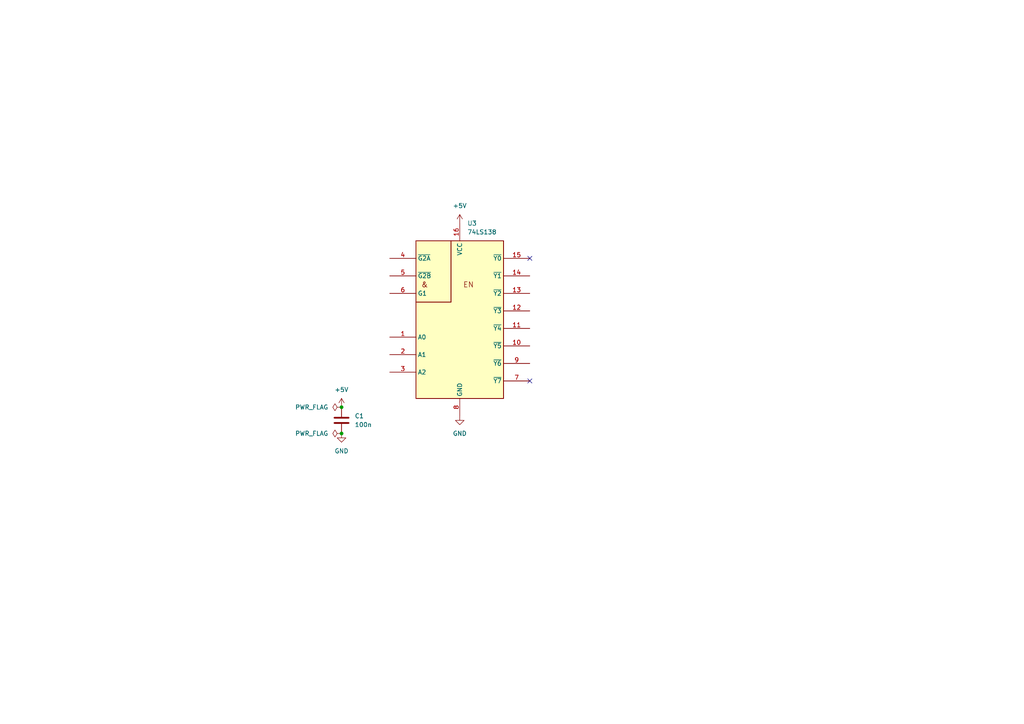
<source format=kicad_sch>
(kicad_sch (version 20230121) (generator eeschema)
  (paper "A4")
  (lib_symbols
    (symbol "74xx_IEEE:74LS138"
      (property "Reference" "U" (at 7.62 17.78 0))
      (property "Value" "74LS138" (at 17.78 -33.02 0))
      (symbol "74LS138_0_0"
        (polyline (pts (xy -2.54 15.24) (xy -2.54 -2.54) (xy -12.7 -2.54) (xy -12.7 -2.54)) (stroke (width 0.254)) (fill (type background)))
        (text "&" (at -10.16 2.54 0) (effects (font (size 1.524 1.524))))
        (text "EN" (at 2.54 2.54 0) (effects (font (size 1.524 1.524))))
        (pin power_in line (at 0 20.32 270) (length 5.08) (name "VCC") (number "16"))
      )
      (symbol "74LS138_0_1"
        (rectangle (start -12.7 15.24) (end 12.7 -30.48) (stroke (width 0.254)) (fill (type background)))
      )
      (symbol "74LS138_1_1"
        (pin input line (at -20.32 -12.7 0) (length 7.62) (name "A0") (number "1"))
        (pin output line (at 20.32 -15.24 180) (length 7.62) (name "~{Y5}") (number "10"))
        (pin output line (at 20.32 -10.16 180) (length 7.62) (name "~{Y4}") (number "11"))
        (pin output line (at 20.32 -5.08 180) (length 7.62) (name "~{Y3}") (number "12"))
        (pin output line (at 20.32 0 180) (length 7.62) (name "~{Y2}") (number "13"))
        (pin output line (at 20.32 5.08 180) (length 7.62) (name "~{Y1}") (number "14"))
        (pin output line (at 20.32 10.16 180) (length 7.62) (name "~{Y0}") (number "15"))
        (pin input line (at -20.32 -17.78 0) (length 7.62) (name "A1") (number "2"))
        (pin input line (at -20.32 -22.86 0) (length 7.62) (name "A2") (number "3"))
        (pin input line (at -20.32 10.16 0) (length 7.62) (name "~{G2A}") (number "4"))
        (pin input line (at -20.32 5.08 0) (length 7.62) (name "~{G2B}") (number "5"))
        (pin input line (at -20.32 0 0) (length 7.62) (name "G1") (number "6"))
        (pin output line (at 20.32 -25.4 180) (length 7.62) (name "~{Y7}") (number "7"))
        (pin power_in line (at 0 -35.56 90) (length 5.08) (name "GND") (number "8"))
        (pin output line (at 20.32 -20.32 180) (length 7.62) (name "~{Y6}") (number "9"))
      )
    )
    (symbol "Device:C" (pin_numbers hide) (pin_names (offset 0.254))
      (property "Reference" "C" (at 0.635 2.54 0))
      (property "Value" "C" (at 0.635 -2.54 0))
      (symbol "C_0_1"
        (polyline (pts (xy -2.032 -0.762) (xy 2.032 -0.762)) (stroke (width 0.508)))
        (polyline (pts (xy -2.032 0.762) (xy 2.032 0.762)) (stroke (width 0.508)))
      )
      (symbol "C_1_1"
        (pin passive line (at 0 3.81 270) (length 2.794) (name "~") (number "1"))
        (pin passive line (at 0 -3.81 90) (length 2.794) (name "~") (number "2"))
      )
    )
    (symbol "power:+5V" (power) (pin_names (offset 0))
      (property "Value" "+5V" (at 0 3.556 0))
      (symbol "+5V_0_1"
        (polyline (pts (xy -0.762 1.27) (xy 0 2.54)))
        (polyline (pts (xy 0 0) (xy 0 2.54)))
        (polyline (pts (xy 0 2.54) (xy 0.762 1.27)))
      )
      (symbol "+5V_1_1"
        (pin power_in line (at 0 0 90) (length 0) hide (name "+5V") (number "1"))
      )
    )
    (symbol "power:GND" (power) (pin_names (offset 0))
      (property "Value" "GND" (at 0 -3.81 0))
      (symbol "GND_0_1"
        (polyline (pts (xy 0 0) (xy 0 -1.27) (xy 1.27 -1.27) (xy 0 -2.54) (xy -1.27 -1.27) (xy 0 -1.27)))
      )
      (symbol "GND_1_1"
        (pin power_in line (at 0 0 270) (length 0) hide (name "GND") (number "1"))
      )
    )
    (symbol "power:PWR_FLAG" (power) (pin_numbers hide) (pin_names (offset 0) hide)
      (property "Value" "PWR_FLAG" (at 0 3.81 0))
      (symbol "PWR_FLAG_0_0"
        (pin power_out line (at 0 0 90) (length 0) (name "pwr") (number "1"))
      )
      (symbol "PWR_FLAG_0_1"
        (polyline (pts (xy 0 0) (xy 0 1.27) (xy -1.016 1.905) (xy 0 2.54) (xy 1.016 1.905) (xy 0 1.27)))
      )
    )
  )
  (junction (at 99.06 125.73))
  (junction (at 99.06 118.11))
  (no_connect (at 153.67 110.49))
  (no_connect (at 153.67 74.93))
  (symbol (lib_id "74xx_IEEE:74LS138") (at 133.35 85.09 0) (unit 1)
    (property "Reference" "U3" (at 135.5441 64.77 0) (effects (justify left)))
    (property "Value" "74LS138" (at 135.5441 67.31 0) (effects (justify left)))
  )
  (symbol (lib_id "power:GND") (at 99.06 125.73 0) (unit 1)
    (property "Reference" "#PWR01" (effects hide))
    (property "Value" "GND" (at 99.06 130.81 0))
  )
  (symbol (lib_id "power:PWR_FLAG") (at 99.06 125.73 90) (unit 1)
    (property "Reference" "#FLG02" (effects hide))
    (property "Value" "PWR_FLAG" (at 95.25 125.73 90) (effects (justify left)))
  )
  (symbol (lib_id "power:PWR_FLAG") (at 99.06 118.11 90) (unit 1)
    (property "Reference" "#FLG01" (effects hide))
    (property "Value" "PWR_FLAG" (at 95.25 118.11 90) (effects (justify left)))
  )
  (symbol (lib_id "power:+5V") (at 99.06 118.11 0) (unit 1)
    (property "Reference" "#PWR02" (effects hide))
    (property "Value" "+5V" (at 99.06 113.03 0))
  )
  (symbol (lib_id "Device:C") (at 99.06 121.92 0) (unit 1)
    (property "Reference" "C1" (at 102.87 120.65 0) (effects (justify left)))
    (property "Value" "100n" (at 102.87 123.19 0) (effects (justify left)))
  )
  (symbol (lib_id "power:+5V") (at 133.35 64.77 0) (unit 1)
    (property "Reference" "#PWR03" (effects hide))
    (property "Value" "+5V" (at 133.35 59.69 0))
  )
  (symbol (lib_id "power:GND") (at 133.35 120.65 0) (unit 1)
    (property "Reference" "#PWR07" (effects hide))
    (property "Value" "GND" (at 133.35 125.73 0))
  )
)
</source>
